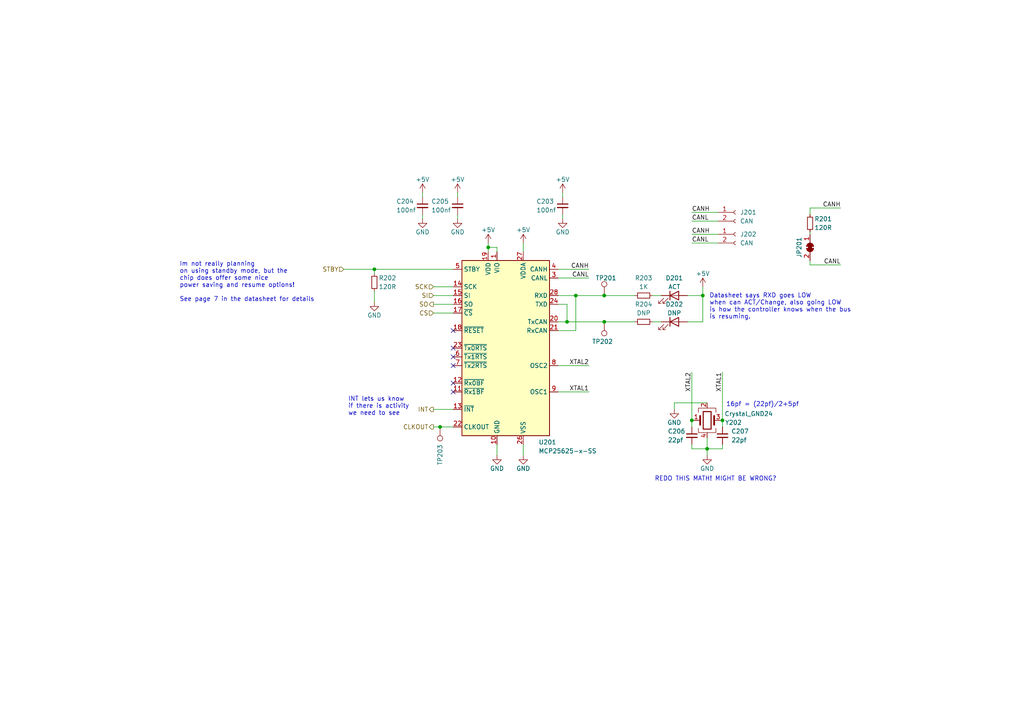
<source format=kicad_sch>
(kicad_sch (version 20230121) (generator eeschema)
  (paper "A4")
  (lib_symbols
    (symbol "Connector:Conn_01x02_Socket" (pin_names (offset 1.016) hide)
      (property "Reference" "J" (at 0 2.54 0))
      (property "Value" "Conn_01x02_Socket" (at 0 -5.08 0))
      (symbol "Conn_01x02_Socket_1_1"
        (arc (start 0 -2.032) (mid -0.5058 -2.54) (end 0 -3.048) (stroke (width 0.1524)))
        (polyline (pts (xy -1.27 -2.54) (xy -0.508 -2.54)) (stroke (width 0.1524)))
        (polyline (pts (xy -1.27 0) (xy -0.508 0)) (stroke (width 0.1524)))
        (arc (start 0 0.508) (mid -0.5058 0) (end 0 -0.508) (stroke (width 0.1524)))
        (pin passive line (at -5.08 0 0) (length 3.81) (name "Pin_1") (number "1"))
        (pin passive line (at -5.08 -2.54 0) (length 3.81) (name "Pin_2") (number "2"))
      )
    )
    (symbol "Connector:TestPoint" (pin_numbers hide) (pin_names (offset 0.762) hide)
      (property "Reference" "TP" (at 0 6.858 0))
      (property "Value" "TestPoint" (at 0 5.08 0))
      (symbol "TestPoint_0_1"
        (circle (center 0 3.302) (radius 0.762))
      )
      (symbol "TestPoint_1_1"
        (pin passive line (at 0 0 90) (length 2.54) (name "1") (number "1"))
      )
    )
    (symbol "Device:C_Small" (pin_numbers hide) (pin_names (offset 0.254) hide)
      (property "Reference" "C" (at 0.254 1.778 0))
      (property "Value" "C_Small" (at 0.254 -2.032 0))
      (symbol "C_Small_0_1"
        (polyline (pts (xy -1.524 -0.508) (xy 1.524 -0.508)) (stroke (width 0.3302)))
        (polyline (pts (xy -1.524 0.508) (xy 1.524 0.508)) (stroke (width 0.3048)))
      )
      (symbol "C_Small_1_1"
        (pin passive line (at 0 2.54 270) (length 2.032) (name "~") (number "1"))
        (pin passive line (at 0 -2.54 90) (length 2.032) (name "~") (number "2"))
      )
    )
    (symbol "Device:Crystal_GND24" (pin_names (offset 1.016) hide)
      (property "Reference" "Y" (at 3.175 5.08 0))
      (property "Value" "Crystal_GND24" (at 3.175 3.175 0))
      (symbol "Crystal_GND24_0_1"
        (rectangle (start -1.143 2.54) (end 1.143 -2.54) (stroke (width 0.3048)))
        (polyline (pts (xy -2.54 0) (xy -2.032 0)))
        (polyline (pts (xy -2.032 -1.27) (xy -2.032 1.27)) (stroke (width 0.508)))
        (polyline (pts (xy 0 -3.81) (xy 0 -3.556)))
        (polyline (pts (xy 0 3.556) (xy 0 3.81)))
        (polyline (pts (xy 2.032 -1.27) (xy 2.032 1.27)) (stroke (width 0.508)))
        (polyline (pts (xy 2.032 0) (xy 2.54 0)))
        (polyline (pts (xy -2.54 -2.286) (xy -2.54 -3.556) (xy 2.54 -3.556) (xy 2.54 -2.286)))
        (polyline (pts (xy -2.54 2.286) (xy -2.54 3.556) (xy 2.54 3.556) (xy 2.54 2.286)))
      )
      (symbol "Crystal_GND24_1_1"
        (pin passive line (at -3.81 0 0) (length 1.27) (name "1") (number "1"))
        (pin passive line (at 0 5.08 270) (length 1.27) (name "2") (number "2"))
        (pin passive line (at 3.81 0 180) (length 1.27) (name "3") (number "3"))
        (pin passive line (at 0 -5.08 90) (length 1.27) (name "4") (number "4"))
      )
    )
    (symbol "Device:LED" (pin_numbers hide) (pin_names (offset 1.016) hide)
      (property "Reference" "D" (at 0 2.54 0))
      (property "Value" "LED" (at 0 -2.54 0))
      (symbol "LED_0_1"
        (polyline (pts (xy -1.27 -1.27) (xy -1.27 1.27)) (stroke (width 0.254)))
        (polyline (pts (xy -1.27 0) (xy 1.27 0)))
        (polyline (pts (xy 1.27 -1.27) (xy 1.27 1.27) (xy -1.27 0) (xy 1.27 -1.27)) (stroke (width 0.254)))
        (polyline (pts (xy -3.048 -0.762) (xy -4.572 -2.286) (xy -3.81 -2.286) (xy -4.572 -2.286) (xy -4.572 -1.524)))
        (polyline (pts (xy -1.778 -0.762) (xy -3.302 -2.286) (xy -2.54 -2.286) (xy -3.302 -2.286) (xy -3.302 -1.524)))
      )
      (symbol "LED_1_1"
        (pin passive line (at -3.81 0 0) (length 2.54) (name "K") (number "1"))
        (pin passive line (at 3.81 0 180) (length 2.54) (name "A") (number "2"))
      )
    )
    (symbol "Device:R_Small" (pin_numbers hide) (pin_names (offset 0.254) hide)
      (property "Reference" "R" (at 0.762 0.508 0))
      (property "Value" "R_Small" (at 0.762 -1.016 0))
      (symbol "R_Small_0_1"
        (rectangle (start -0.762 1.778) (end 0.762 -1.778) (stroke (width 0.2032)))
      )
      (symbol "R_Small_1_1"
        (pin passive line (at 0 2.54 270) (length 0.762) (name "~") (number "1"))
        (pin passive line (at 0 -2.54 90) (length 0.762) (name "~") (number "2"))
      )
    )
    (symbol "Interface_CAN_LIN:MCP25625-x-SS"
      (property "Reference" "U" (at -11.43 26.67 0))
      (property "Value" "MCP25625-x-SS" (at 15.24 26.67 0))
      (symbol "MCP25625-x-SS_0_1"
        (rectangle (start -12.7 25.4) (end 12.7 -25.4) (stroke (width 0.254)) (fill (type background)))
      )
      (symbol "MCP25625-x-SS_1_1"
        (pin power_in line (at -2.54 27.94 270) (length 2.54) (name "VIO") (number "1"))
        (pin power_in line (at -2.54 -27.94 90) (length 2.54) (name "GND") (number "10"))
        (pin output line (at -15.24 -12.7 0) (length 2.54) (name "~{Rx1BF}") (number "11"))
        (pin output line (at -15.24 -10.16 0) (length 2.54) (name "~{Rx0BF}") (number "12"))
        (pin output line (at -15.24 -17.78 0) (length 2.54) (name "~{INT}") (number "13"))
        (pin input line (at -15.24 17.78 0) (length 2.54) (name "SCK") (number "14"))
        (pin input line (at -15.24 15.24 0) (length 2.54) (name "SI") (number "15"))
        (pin output line (at -15.24 12.7 0) (length 2.54) (name "SO") (number "16"))
        (pin input line (at -15.24 10.16 0) (length 2.54) (name "~{CS}") (number "17"))
        (pin input line (at -15.24 5.08 0) (length 2.54) (name "~{RESET}") (number "18"))
        (pin power_in line (at -5.08 27.94 270) (length 2.54) (name "VDD") (number "19"))
        (pin no_connect line (at 12.7 -15.24 180) (length 2.54) hide (name "NC") (number "2"))
        (pin output line (at 15.24 7.62 180) (length 2.54) (name "TxCAN") (number "20"))
        (pin input line (at 15.24 5.08 180) (length 2.54) (name "RxCAN") (number "21"))
        (pin output line (at -15.24 -22.86 0) (length 2.54) (name "CLKOUT") (number "22"))
        (pin input line (at -15.24 0 0) (length 2.54) (name "~{Tx0RTS}") (number "23"))
        (pin input line (at 15.24 12.7 180) (length 2.54) (name "TXD") (number "24"))
        (pin no_connect line (at 12.7 -17.78 180) (length 2.54) hide (name "NC") (number "25"))
        (pin power_in line (at 5.08 -27.94 90) (length 2.54) (name "VSS") (number "26"))
        (pin power_in line (at 5.08 27.94 270) (length 2.54) (name "VDDA") (number "27"))
        (pin output line (at 15.24 15.24 180) (length 2.54) (name "RXD") (number "28"))
        (pin bidirectional line (at 15.24 20.32 180) (length 2.54) (name "CANL") (number "3"))
        (pin bidirectional line (at 15.24 22.86 180) (length 2.54) (name "CANH") (number "4"))
        (pin input line (at -15.24 22.86 0) (length 2.54) (name "STBY") (number "5"))
        (pin input line (at -15.24 -2.54 0) (length 2.54) (name "~{Tx1RTS}") (number "6"))
        (pin input line (at -15.24 -5.08 0) (length 2.54) (name "~{Tx2RTS}") (number "7"))
        (pin output line (at 15.24 -5.08 180) (length 2.54) (name "OSC2") (number "8"))
        (pin input line (at 15.24 -12.7 180) (length 2.54) (name "OSC1") (number "9"))
      )
    )
    (symbol "Jumper:SolderJumper_2_Bridged" (pin_names (offset 0) hide)
      (property "Reference" "JP" (at 0 2.032 0))
      (property "Value" "SolderJumper_2_Bridged" (at 0 -2.54 0))
      (symbol "SolderJumper_2_Bridged_0_1"
        (rectangle (start -0.508 0.508) (end 0.508 -0.508) (fill (type outline)))
        (arc (start -0.254 1.016) (mid -1.2656 0) (end -0.254 -1.016))
        (arc (start -0.254 1.016) (mid -1.2656 0) (end -0.254 -1.016) (fill (type outline)))
        (polyline (pts (xy -0.254 1.016) (xy -0.254 -1.016)))
        (polyline (pts (xy 0.254 1.016) (xy 0.254 -1.016)))
        (arc (start 0.254 -1.016) (mid 1.2656 0) (end 0.254 1.016))
        (arc (start 0.254 -1.016) (mid 1.2656 0) (end 0.254 1.016) (fill (type outline)))
      )
      (symbol "SolderJumper_2_Bridged_1_1"
        (pin passive line (at -3.81 0 0) (length 2.54) (name "A") (number "1"))
        (pin passive line (at 3.81 0 180) (length 2.54) (name "B") (number "2"))
      )
    )
    (symbol "power:+5V" (power) (pin_names (offset 0))
      (property "Value" "+5V" (at 0 3.556 0))
      (symbol "+5V_0_1"
        (polyline (pts (xy -0.762 1.27) (xy 0 2.54)))
        (polyline (pts (xy 0 0) (xy 0 2.54)))
        (polyline (pts (xy 0 2.54) (xy 0.762 1.27)))
      )
      (symbol "+5V_1_1"
        (pin power_in line (at 0 0 90) (length 0) hide (name "+5V") (number "1"))
      )
    )
    (symbol "power:GND" (power) (pin_names (offset 0))
      (property "Value" "GND" (at 0 -3.81 0))
      (symbol "GND_0_1"
        (polyline (pts (xy 0 0) (xy 0 -1.27) (xy 1.27 -1.27) (xy 0 -2.54) (xy -1.27 -1.27) (xy 0 -1.27)))
      )
      (symbol "GND_1_1"
        (pin power_in line (at 0 0 270) (length 0) hide (name "GND") (number "1"))
      )
    )
  )
  (junction (at 175.26 85.725))
  (junction (at 108.585 78.105))
  (junction (at 200.66 121.92))
  (junction (at 167.005 85.725))
  (junction (at 164.465 93.345))
  (junction (at 175.26 93.345))
  (junction (at 203.835 85.725))
  (junction (at 127.635 123.825))
  (junction (at 205.105 130.175))
  (junction (at 209.55 121.92))
  (junction (at 141.605 71.755))
  (no_connect (at 131.445 111.125))
  (no_connect (at 131.445 95.885))
  (no_connect (at 131.445 106.045))
  (no_connect (at 131.445 113.665))
  (no_connect (at 131.445 100.965))
  (no_connect (at 131.445 103.505))
  (wire (pts (xy 125.73 118.745) (xy 131.445 118.745)))
  (wire (pts (xy 141.605 71.755) (xy 141.605 73.025)))
  (wire (pts (xy 205.105 130.175) (xy 209.55 130.175)))
  (wire (pts (xy 164.465 88.265) (xy 164.465 93.345)))
  (wire (pts (xy 200.66 64.135) (xy 208.28 64.135)))
  (wire (pts (xy 125.73 83.185) (xy 131.445 83.185)))
  (wire (pts (xy 144.145 71.755) (xy 144.145 73.025)))
  (wire (pts (xy 208.915 121.92) (xy 209.55 121.92)))
  (wire (pts (xy 195.58 116.84) (xy 205.105 116.84)))
  (wire (pts (xy 234.95 60.325) (xy 243.84 60.325)))
  (wire (pts (xy 205.105 130.175) (xy 205.105 132.08)))
  (wire (pts (xy 203.835 85.725) (xy 199.39 85.725)))
  (wire (pts (xy 125.73 90.805) (xy 131.445 90.805)))
  (wire (pts (xy 99.695 78.105) (xy 108.585 78.105)))
  (wire (pts (xy 243.84 76.835) (xy 234.95 76.835)))
  (wire (pts (xy 151.765 128.905) (xy 151.765 132.08)))
  (wire (pts (xy 163.195 55.88) (xy 163.195 57.15)))
  (wire (pts (xy 170.815 78.105) (xy 161.925 78.105)))
  (wire (pts (xy 200.66 107.95) (xy 200.66 121.92)))
  (wire (pts (xy 125.73 123.825) (xy 127.635 123.825)))
  (wire (pts (xy 175.26 85.725) (xy 184.15 85.725)))
  (wire (pts (xy 122.555 55.88) (xy 122.555 57.15)))
  (wire (pts (xy 170.815 80.645) (xy 161.925 80.645)))
  (wire (pts (xy 125.73 88.265) (xy 131.445 88.265)))
  (wire (pts (xy 209.55 130.175) (xy 209.55 128.905)))
  (wire (pts (xy 141.605 71.755) (xy 144.145 71.755)))
  (wire (pts (xy 161.925 93.345) (xy 164.465 93.345)))
  (wire (pts (xy 122.555 62.23) (xy 122.555 63.5)))
  (wire (pts (xy 167.005 95.885) (xy 167.005 85.725)))
  (wire (pts (xy 151.765 70.485) (xy 151.765 73.025)))
  (wire (pts (xy 200.66 70.485) (xy 208.28 70.485)))
  (wire (pts (xy 209.55 107.95) (xy 209.55 121.92)))
  (wire (pts (xy 108.585 84.455) (xy 108.585 87.63)))
  (wire (pts (xy 163.195 62.23) (xy 163.195 63.5)))
  (wire (pts (xy 161.925 106.045) (xy 170.815 106.045)))
  (wire (pts (xy 167.005 85.725) (xy 161.925 85.725)))
  (wire (pts (xy 164.465 93.345) (xy 175.26 93.345)))
  (wire (pts (xy 132.715 62.23) (xy 132.715 63.5)))
  (wire (pts (xy 203.835 93.345) (xy 199.39 93.345)))
  (wire (pts (xy 161.925 95.885) (xy 167.005 95.885)))
  (wire (pts (xy 189.23 85.725) (xy 191.77 85.725)))
  (wire (pts (xy 161.925 113.665) (xy 170.815 113.665)))
  (wire (pts (xy 234.95 62.23) (xy 234.95 60.325)))
  (wire (pts (xy 200.66 121.92) (xy 200.66 123.825)))
  (wire (pts (xy 205.105 127) (xy 205.105 130.175)))
  (wire (pts (xy 200.66 121.92) (xy 201.295 121.92)))
  (wire (pts (xy 200.66 128.905) (xy 200.66 130.175)))
  (wire (pts (xy 132.715 55.88) (xy 132.715 57.15)))
  (wire (pts (xy 131.445 78.105) (xy 108.585 78.105)))
  (wire (pts (xy 189.23 93.345) (xy 191.77 93.345)))
  (wire (pts (xy 161.925 88.265) (xy 164.465 88.265)))
  (wire (pts (xy 144.145 128.905) (xy 144.145 132.08)))
  (wire (pts (xy 205.105 130.175) (xy 200.66 130.175)))
  (wire (pts (xy 125.73 85.725) (xy 131.445 85.725)))
  (wire (pts (xy 200.66 61.595) (xy 208.28 61.595)))
  (wire (pts (xy 195.58 118.745) (xy 195.58 116.84)))
  (wire (pts (xy 203.835 93.345) (xy 203.835 85.725)))
  (wire (pts (xy 127.635 123.825) (xy 131.445 123.825)))
  (wire (pts (xy 141.605 70.485) (xy 141.605 71.755)))
  (wire (pts (xy 175.26 93.345) (xy 184.15 93.345)))
  (wire (pts (xy 108.585 78.105) (xy 108.585 79.375)))
  (wire (pts (xy 234.95 76.835) (xy 234.95 75.565)))
  (wire (pts (xy 234.95 67.945) (xy 234.95 67.31)))
  (wire (pts (xy 209.55 121.92) (xy 209.55 123.825)))
  (wire (pts (xy 167.005 85.725) (xy 175.26 85.725)))
  (wire (pts (xy 203.835 83.185) (xy 203.835 85.725)))
  (wire (pts (xy 200.66 67.945) (xy 208.28 67.945)))
  (text "INT lets us know\nif there is activity\nwe need to see" (at 100.965 120.65 0) (effects (font (size 1.27 1.27)) (justify left bottom)))
  (text "REDO THIS MATH! MIGHT BE WRONG?" (at 189.865 139.7 0) (effects (font (size 1.27 1.27)) (justify left bottom)))
  (text "Datasheet says RXD goes LOW\nwhen can ACT/Change, also going LOW\nis how the controller knows when the bus\nis resuming." (at 205.74 92.71 0) (effects (font (size 1.27 1.27)) (justify left bottom)))
  (text "16pf = (22pf)/2+5pf" (at 231.775 118.11 0) (effects (font (size 1.27 1.27)) (justify right bottom)))
  (text "Im not really planning\non using standby mode, but the\nchip does offer some nice\npower saving and resume options!\n\nSee page 7 in the datasheet for details" (at 52.07 87.63 0) (effects (font (size 1.27 1.27)) (justify left bottom)))
  (label "CANL" (at 170.815 80.645 180))
  (label "CANH" (at 200.66 61.595 0))
  (label "XTAL2" (at 170.815 106.045 180))
  (label "CANL" (at 200.66 70.485 0))
  (label "CANL" (at 243.84 76.835 180))
  (label "CANH" (at 170.815 78.105 180))
  (label "CANH" (at 200.66 67.945 0))
  (label "CANL" (at 200.66 64.135 0))
  (label "CANH" (at 243.84 60.325 180))
  (label "XTAL2" (at 200.66 107.95 270))
  (label "XTAL1" (at 209.55 107.95 270))
  (label "XTAL1" (at 170.815 113.665 180))
  (hierarchical_label "CS" (shape input) (at 125.73 90.805 180))
  (hierarchical_label "INT" (shape output) (at 125.73 118.745 180))
  (hierarchical_label "SO" (shape output) (at 125.73 88.265 180))
  (hierarchical_label "SI" (shape input) (at 125.73 85.725 180))
  (hierarchical_label "STBY" (shape input) (at 99.695 78.105 180))
  (hierarchical_label "CLKOUT" (shape output) (at 125.73 123.825 180))
  (hierarchical_label "SCK" (shape input) (at 125.73 83.185 180))
  (symbol (lib_id "Device:C_Small") (at 200.66 126.365 0) (unit 1)
    (property "Reference" "C206" (at 193.675 125.095 0) (effects (justify left)))
    (property "Value" "22pf" (at 193.675 127.635 0) (effects (justify left)))
    (property "Footprint" "Capacitor_SMD:C_0603_1608Metric" (effects hide))
  )
  (symbol (lib_id "Device:R_Small") (at 186.69 85.725 90) (unit 1)
    (property "Reference" "R203" (at 186.69 80.645 90))
    (property "Value" "1K" (at 186.69 83.185 90))
    (property "Footprint" "Resistor_SMD:R_0805_2012Metric" (effects hide))
  )
  (symbol (lib_id "power:+5V") (at 151.765 70.485 0) (unit 1)
    (property "Reference" "#PWR0201" (effects hide))
    (property "Value" "+5V" (at 151.765 66.675 0))
  )
  (symbol (lib_id "Connector:TestPoint") (at 175.26 85.725 0) (unit 1)
    (property "Reference" "TP201" (at 172.72 80.645 0) (effects (justify left)))
    (property "Value" "TestPoint" (effects hide))
    (property "Footprint" "TestPoint:TestPoint_Pad_2.0x2.0mm" (effects hide))
  )
  (symbol (lib_id "power:GND") (at 144.145 132.08 0) (unit 1)
    (property "Reference" "#PWR0203" (effects hide))
    (property "Value" "GND" (at 144.145 135.89 0))
  )
  (symbol (lib_id "power:GND") (at 205.105 132.08 0) (unit 1)
    (property "Reference" "#PWR0214" (effects hide))
    (property "Value" "GND" (at 205.105 135.89 0))
  )
  (symbol (lib_id "power:+5V") (at 141.605 70.485 0) (unit 1)
    (property "Reference" "#PWR0208" (effects hide))
    (property "Value" "+5V" (at 141.605 66.675 0))
  )
  (symbol (lib_id "Device:R_Small") (at 234.95 64.77 180) (unit 1)
    (property "Reference" "R201" (at 238.76 63.5 0))
    (property "Value" "120R" (at 238.76 66.04 0))
    (property "Footprint" "Resistor_THT:R_Axial_DIN0207_L6.3mm_D2.5mm_P10.16mm_Horizontal" (effects hide))
  )
  (symbol (lib_id "power:+5V") (at 163.195 55.88 0) (unit 1)
    (property "Reference" "#PWR0205" (effects hide))
    (property "Value" "+5V" (at 163.195 52.07 0))
  )
  (symbol (lib_id "power:+5V") (at 203.835 83.185 0) (unit 1)
    (property "Reference" "#PWR0202" (effects hide))
    (property "Value" "+5V" (at 203.835 79.375 0))
  )
  (symbol (lib_id "Interface_CAN_LIN:MCP25625-x-SS") (at 146.685 100.965 0) (unit 1)
    (property "Reference" "U201" (at 156.21 128.27 0) (effects (justify left)))
    (property "Value" "MCP25625-x-SS" (at 156.21 130.81 0) (effects (justify left)))
    (property "Footprint" "Package_SO:SSOP-28_5.3x10.2mm_P0.65mm" (effects hide))
    (property "Datasheet" "https://datasheet.lcsc.com/lcsc/2012231242_Microchip-Tech-MCP25625T-E-SS_C628816.pdf" (effects hide))
    (property "LCSC#" "C628816" (effects hide))
  )
  (symbol (lib_id "power:GND") (at 163.195 63.5 0) (unit 1)
    (property "Reference" "#PWR0206" (effects hide))
    (property "Value" "GND" (at 163.195 67.31 0))
  )
  (symbol (lib_id "power:GND") (at 151.765 132.08 0) (unit 1)
    (property "Reference" "#PWR0204" (effects hide))
    (property "Value" "GND" (at 151.765 135.89 0))
  )
  (symbol (lib_id "Device:C_Small") (at 132.715 59.69 0) (unit 1)
    (property "Reference" "C205" (at 125.095 58.42 0) (effects (justify left)))
    (property "Value" "100nf" (at 125.095 60.96 0) (effects (justify left)))
    (property "Footprint" "Capacitor_SMD:C_0805_2012Metric" (effects hide))
  )
  (symbol (lib_id "Connector:TestPoint") (at 127.635 123.825 180) (unit 1)
    (property "Reference" "TP203" (at 127.635 128.905 90) (effects (justify left)))
    (property "Value" "TestPoint" (effects hide))
    (property "Footprint" "TestPoint:TestPoint_Pad_2.0x2.0mm" (effects hide))
  )
  (symbol (lib_id "Device:C_Small") (at 122.555 59.69 0) (unit 1)
    (property "Reference" "C204" (at 114.935 58.42 0) (effects (justify left)))
    (property "Value" "100nf" (at 114.935 60.96 0) (effects (justify left)))
    (property "Footprint" "Capacitor_SMD:C_0805_2012Metric" (effects hide))
  )
  (symbol (lib_id "Device:LED") (at 195.58 93.345 0) (unit 1)
    (property "Reference" "D202" (at 195.58 88.265 0))
    (property "Value" "DNP" (at 195.58 90.805 0))
    (property "Footprint" "LED_SMD:LED_0805_2012Metric" (effects hide))
  )
  (symbol (lib_id "Connector:Conn_01x02_Socket") (at 213.36 61.595 0) (unit 1)
    (property "Reference" "J201" (at 214.63 61.595 0) (effects (justify left)))
    (property "Value" "CAN" (at 214.63 64.135 0) (effects (justify left)))
    (property "Footprint" "Connector_Wire:SolderWire-0.5sqmm_1x02_P4.8mm_D0.9mm_OD2.3mm_Relief" (effects hide))
  )
  (symbol (lib_id "Connector:Conn_01x02_Socket") (at 213.36 67.945 0) (unit 1)
    (property "Reference" "J202" (at 214.63 67.945 0) (effects (justify left)))
    (property "Value" "CAN" (at 214.63 70.485 0) (effects (justify left)))
    (property "Footprint" "Connector_Wire:SolderWire-0.5sqmm_1x02_P4.8mm_D0.9mm_OD2.3mm_Relief" (effects hide))
  )
  (symbol (lib_id "power:GND") (at 108.585 87.63 0) (unit 1)
    (property "Reference" "#PWR0207" (effects hide))
    (property "Value" "GND" (at 108.585 91.44 0))
  )
  (symbol (lib_id "Jumper:SolderJumper_2_Bridged") (at 234.95 71.755 270) (unit 1)
    (property "Reference" "JP201" (at 231.775 71.755 0))
    (property "Value" "TERM" (effects hide))
    (property "Footprint" "Jumper:SolderJumper-2_P1.3mm_Bridged2Bar_Pad1.0x1.5mm" (effects hide))
  )
  (symbol (lib_id "Connector:TestPoint") (at 175.26 93.345 180) (unit 1)
    (property "Reference" "TP202" (at 177.8 99.06 0) (effects (justify left)))
    (property "Value" "TestPoint" (effects hide))
    (property "Footprint" "TestPoint:TestPoint_Pad_2.0x2.0mm" (effects hide))
  )
  (symbol (lib_id "Device:LED") (at 195.58 85.725 0) (unit 1)
    (property "Reference" "D201" (at 195.58 80.645 0))
    (property "Value" "ACT" (at 195.58 83.185 0))
    (property "Footprint" "LED_SMD:LED_0805_2012Metric" (effects hide))
  )
  (symbol (lib_id "Device:Crystal_GND24") (at 205.105 121.92 0) (unit 1)
    (property "Reference" "Y202" (at 212.725 122.555 0))
    (property "Value" "Crystal_GND24" (at 217.17 120.015 0))
    (property "Footprint" "Crystal:Crystal_SMD_3225-4Pin_3.2x2.5mm" (effects hide))
    (property "LCSC#" "C13738" (effects hide))
  )
  (symbol (lib_id "Device:R_Small") (at 108.585 81.915 180) (unit 1)
    (property "Reference" "R202" (at 112.395 80.645 0))
    (property "Value" "120R" (at 112.395 83.185 0))
    (property "Footprint" "Resistor_SMD:R_0805_2012Metric" (effects hide))
  )
  (symbol (lib_id "power:+5V") (at 122.555 55.88 0) (unit 1)
    (property "Reference" "#PWR0209" (effects hide))
    (property "Value" "+5V" (at 122.555 52.07 0))
  )
  (symbol (lib_id "power:GND") (at 122.555 63.5 0) (unit 1)
    (property "Reference" "#PWR0210" (effects hide))
    (property "Value" "GND" (at 122.555 67.31 0))
  )
  (symbol (lib_id "Device:C_Small") (at 209.55 126.365 0) (unit 1)
    (property "Reference" "C207" (at 212.09 125.095 0) (effects (justify left)))
    (property "Value" "22pf" (at 212.09 127.635 0) (effects (justify left)))
    (property "Footprint" "Capacitor_SMD:C_0603_1608Metric" (effects hide))
  )
  (symbol (lib_id "Device:C_Small") (at 163.195 59.69 0) (unit 1)
    (property "Reference" "C203" (at 155.575 58.42 0) (effects (justify left)))
    (property "Value" "100nf" (at 155.575 60.96 0) (effects (justify left)))
    (property "Footprint" "Capacitor_SMD:C_0805_2012Metric" (effects hide))
  )
  (symbol (lib_id "Device:R_Small") (at 186.69 93.345 90) (unit 1)
    (property "Reference" "R204" (at 186.69 88.265 90))
    (property "Value" "DNP" (at 186.69 90.805 90))
    (property "Footprint" "Resistor_SMD:R_0805_2012Metric" (effects hide))
  )
  (symbol (lib_id "power:+5V") (at 132.715 55.88 0) (unit 1)
    (property "Reference" "#PWR0211" (effects hide))
    (property "Value" "+5V" (at 132.715 52.07 0))
  )
  (symbol (lib_id "power:GND") (at 132.715 63.5 0) (unit 1)
    (property "Reference" "#PWR0212" (effects hide))
    (property "Value" "GND" (at 132.715 67.31 0))
  )
  (symbol (lib_id "power:GND") (at 195.58 118.745 0) (unit 1)
    (property "Reference" "#PWR0213" (effects hide))
    (property "Value" "GND" (at 195.58 122.555 0))
  )
)
</source>
